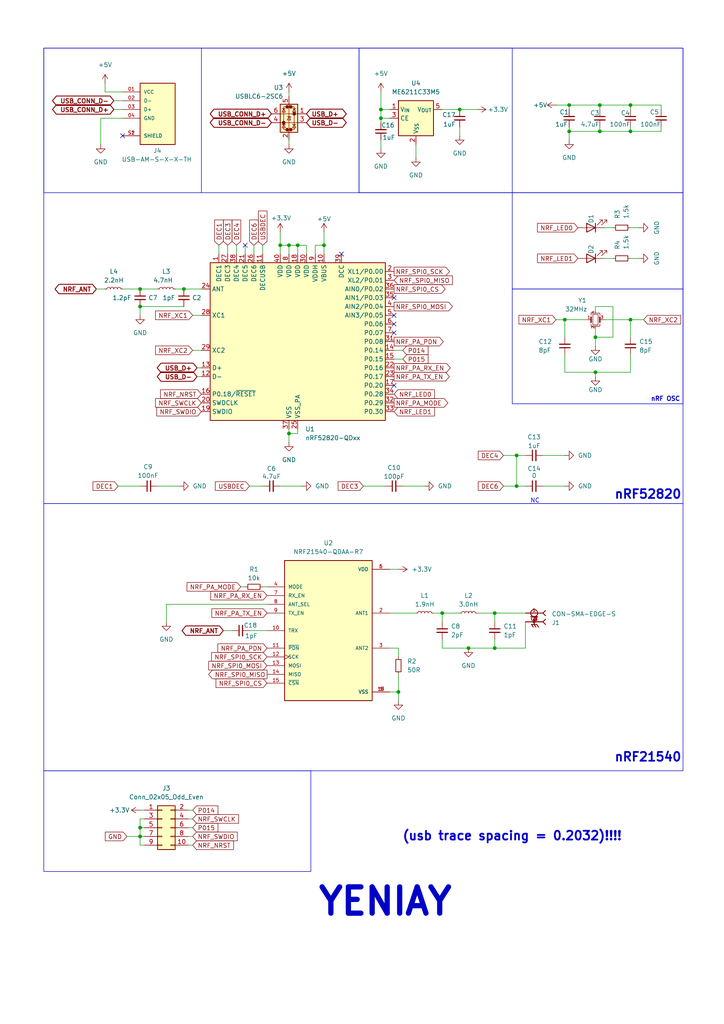
<source format=kicad_sch>
(kicad_sch (version 20231120) (generator "eeschema") (generator_version "8.0")
  (paper "A4" portrait)
  (lib_symbols
    (symbol "CON-SMA-EDGE-S:CON-SMA-EDGE-S" (pin_names (offset 1.016))
      (property "Reference" "J" (at -3.81 4.064 0))
      (property "Value" "CON-SMA-EDGE-S" (at -4.064 -4.318 0))
      (symbol "CON-SMA-EDGE-S_0_0"
        (pin passive line (at 2.54 2.54 180) (length 5.08) (name "~") (number "1"))
        (pin passive line (at 2.54 0 180) (length 5.08) (name "~") (number "G1"))
        (pin passive line (at 2.54 0 180) (length 5.08) (name "~") (number "G2"))
        (pin passive line (at 2.54 0 180) (length 5.08) (name "~") (number "G3"))
        (pin passive line (at 2.54 0 180) (length 5.08) (name "~") (number "G4"))
      )
    )
    (symbol "Connector_Generic:Conn_02x05_Odd_Even" (pin_names (offset 1.016) hide)
      (property "Reference" "J" (at 1.27 7.62 0))
      (property "Value" "Conn_02x05_Odd_Even" (at 1.27 -7.62 0))
      (symbol "Conn_02x05_Odd_Even_1_1"
        (pin passive line (at -5.08 5.08 0) (length 3.81) (name "Pin_1") (number "1"))
        (pin passive line (at 7.62 -5.08 180) (length 3.81) (name "Pin_10") (number "10"))
        (pin passive line (at 7.62 5.08 180) (length 3.81) (name "Pin_2") (number "2"))
        (pin passive line (at -5.08 2.54 0) (length 3.81) (name "Pin_3") (number "3"))
        (pin passive line (at 7.62 2.54 180) (length 3.81) (name "Pin_4") (number "4"))
        (pin passive line (at -5.08 0 0) (length 3.81) (name "Pin_5") (number "5"))
        (pin passive line (at 7.62 0 180) (length 3.81) (name "Pin_6") (number "6"))
        (pin passive line (at -5.08 -2.54 0) (length 3.81) (name "Pin_7") (number "7"))
        (pin passive line (at 7.62 -2.54 180) (length 3.81) (name "Pin_8") (number "8"))
        (pin passive line (at -5.08 -5.08 0) (length 3.81) (name "Pin_9") (number "9"))
      )
    )
    (symbol "Device:C_Small" (pin_numbers hide) (pin_names (offset 0.254) hide)
      (property "Reference" "C" (at 0.254 1.778 0))
      (property "Value" "C_Small" (at 0.254 -2.032 0))
      (symbol "C_Small_1_1"
        (pin passive line (at 0 2.54 270) (length 2.032) (name "~") (number "1"))
        (pin passive line (at 0 -2.54 90) (length 2.032) (name "~") (number "2"))
      )
    )
    (symbol "Device:Crystal_GND24_Small" (pin_names (offset 1.016) hide)
      (property "Reference" "Y" (at 1.27 4.445 0))
      (property "Value" "Crystal_GND24_Small" (at 1.27 2.54 0))
      (symbol "Crystal_GND24_Small_1_1"
        (pin passive line (at -2.54 0 0) (length 1.27) (name "1") (number "1"))
        (pin passive line (at 0 -2.54 90) (length 0.635) (name "2") (number "2"))
        (pin passive line (at 2.54 0 180) (length 1.27) (name "3") (number "3"))
        (pin passive line (at 0 2.54 270) (length 0.635) (name "4") (number "4"))
      )
    )
    (symbol "Device:LED" (pin_numbers hide) (pin_names (offset 1.016) hide)
      (property "Reference" "D" (at 0 2.54 0))
      (property "Value" "LED" (at 0 -2.54 0))
      (symbol "LED_1_1"
        (pin passive line (at -3.81 0 0) (length 2.54) (name "K") (number "1"))
        (pin passive line (at 3.81 0 180) (length 2.54) (name "A") (number "2"))
      )
    )
    (symbol "Device:L_Small" (pin_numbers hide) (pin_names (offset 0.254) hide)
      (property "Reference" "L" (at 0.762 1.016 0))
      (property "Value" "L_Small" (at 0.762 -1.016 0))
      (symbol "L_Small_1_1"
        (pin passive line (at 0 2.54 270) (length 0.508) (name "~") (number "1"))
        (pin passive line (at 0 -2.54 90) (length 0.508) (name "~") (number "2"))
      )
    )
    (symbol "Device:R_Small" (pin_numbers hide) (pin_names (offset 0.254) hide)
      (property "Reference" "R" (at 0.762 0.508 0))
      (property "Value" "R_Small" (at 0.762 -1.016 0))
      (symbol "R_Small_1_1"
        (pin passive line (at 0 2.54 270) (length 0.762) (name "~") (number "1"))
        (pin passive line (at 0 -2.54 90) (length 0.762) (name "~") (number "2"))
      )
    )
    (symbol "MCU_Nordic:nRF52820-QDxx"
      (property "Reference" "U" (at -2.54 0 0))
      (property "Value" "nRF52820-QDxx" (at -2.54 -2.54 0))
      (symbol "nRF52820-QDxx_1_1"
        (pin passive line (at -22.86 25.4 270) (length 2.54) (name "DEC1") (number "1"))
        (pin power_in line (at 7.62 25.4 270) (length 2.54) (name "VBUS") (number "10"))
        (pin passive line (at -10.16 25.4 270) (length 2.54) (name "DECUSB") (number "11"))
        (pin bidirectional line (at -27.94 -10.16 0) (length 2.54) (name "D-") (number "12"))
        (pin bidirectional line (at -27.94 -7.62 0) (length 2.54) (name "D+") (number "13"))
        (pin bidirectional line (at 27.94 -2.54 180) (length 2.54) (name "P0.14") (number "14"))
        (pin bidirectional line (at 27.94 -5.08 180) (length 2.54) (name "P0.15") (number "15"))
        (pin bidirectional line (at -27.94 -15.24 0) (length 2.54) (name "P0.18/~{RESET}") (number "16"))
        (pin bidirectional line (at 27.94 -12.7 180) (length 2.54) (name "P0.20") (number "17"))
        (pin power_in line (at 0 25.4 270) (length 2.54) (name "VDD") (number "18"))
        (pin bidirectional line (at -27.94 -20.32 0) (length 2.54) (name "SWDIO") (number "19"))
        (pin bidirectional line (at 27.94 20.32 180) (length 2.54) (name "XL1/P0.00") (number "2"))
        (pin input line (at -27.94 -17.78 0) (length 2.54) (name "SWDCLK") (number "20"))
        (pin passive line (at -15.24 25.4 270) (length 2.54) (name "DEC5") (number "21"))
        (pin bidirectional line (at 27.94 -7.62 180) (length 2.54) (name "P0.16") (number "22"))
        (pin bidirectional line (at 27.94 -10.16 180) (length 2.54) (name "P0.17") (number "23"))
        (pin passive line (at -27.94 15.24 0) (length 2.54) (name "ANT") (number "24"))
        (pin power_in line (at 0 -25.4 90) (length 2.54) (name "VSS_PA") (number "25"))
        (pin passive line (at -12.7 25.4 270) (length 2.54) (name "DEC6") (number "26"))
        (pin passive line (at -20.32 25.4 270) (length 2.54) (name "DEC3") (number "27"))
        (pin input line (at -27.94 7.62 0) (length 2.54) (name "XC1") (number "28"))
        (pin input line (at -27.94 -2.54 0) (length 2.54) (name "XC2") (number "29"))
        (pin bidirectional line (at 27.94 17.78 180) (length 2.54) (name "XL2/P0.01") (number "3"))
        (pin power_in line (at 2.54 25.4 270) (length 2.54) (name "VDD") (number "30"))
        (pin bidirectional line (at 27.94 0 180) (length 2.54) (name "P0.08") (number "31"))
        (pin bidirectional line (at 27.94 -17.78 180) (length 2.54) (name "P0.29") (number "32"))
        (pin bidirectional line (at 27.94 -20.32 180) (length 2.54) (name "P0.30") (number "33"))
        (pin bidirectional line (at 27.94 -15.24 180) (length 2.54) (name "P0.28") (number "34"))
        (pin bidirectional line (at 27.94 12.7 180) (length 2.54) (name "AIN1/P0.03") (number "35"))
        (pin bidirectional line (at 27.94 15.24 180) (length 2.54) (name "AIN0/P0.02") (number "36"))
        (pin power_in line (at -2.54 -25.4 90) (length 2.54) (name "VSS") (number "37"))
        (pin passive line (at -17.78 25.4 270) (length 2.54) (name "DEC4") (number "38"))
        (pin power_out line (at 12.7 25.4 270) (length 2.54) (name "DCC") (number "39"))
        (pin bidirectional line (at 27.94 10.16 180) (length 2.54) (name "AIN2/P0.04") (number "4"))
        (pin power_in line (at -5.08 25.4 270) (length 2.54) (name "VDD") (number "40"))
        (pin passive line (at -2.54 -25.4 90) (length 2.54) hide (name "VSS") (number "41"))
        (pin bidirectional line (at 27.94 7.62 180) (length 2.54) (name "AIN3/P0.05") (number "5"))
        (pin bidirectional line (at 27.94 5.08 180) (length 2.54) (name "P0.06") (number "6"))
        (pin bidirectional line (at 27.94 2.54 180) (length 2.54) (name "P0.07") (number "7"))
        (pin power_in line (at -2.54 25.4 270) (length 2.54) (name "VDD") (number "8"))
        (pin power_in line (at 5.08 25.4 270) (length 2.54) (name "VDDH") (number "9"))
      )
    )
    (symbol "NRF21540-QDAA-R7:NRF21540-QDAA-R7" (pin_names (offset 1.016))
      (property "Reference" "U" (at -12.7 21.209 0))
      (property "Value" "NRF21540-QDAA-R7" (at -12.7 -22.86 0))
      (symbol "NRF21540-QDAA-R7_0_0"
        (pin power_in line (at 17.78 -17.78 180) (length 5.08) (name "VSS") (number "1"))
        (pin bidirectional line (at -17.78 0 0) (length 5.08) (name "TRX") (number "10"))
        (pin input line (at -17.78 -5.08 0) (length 5.08) (name "~{PDN}") (number "11"))
        (pin input clock (at -17.78 -7.62 0) (length 5.08) (name "SCK") (number "12"))
        (pin input line (at -17.78 -10.16 0) (length 5.08) (name "MOSI") (number "13"))
        (pin output line (at -17.78 -12.7 0) (length 5.08) (name "MISO") (number "14"))
        (pin input line (at -17.78 -15.24 0) (length 5.08) (name "~{CSN}") (number "15"))
        (pin power_in line (at 17.78 -17.78 180) (length 5.08) (name "VSS") (number "16"))
        (pin power_in line (at 17.78 -17.78 180) (length 5.08) (name "VSS") (number "17"))
        (pin bidirectional line (at 17.78 5.08 180) (length 5.08) (name "ANT1") (number "2"))
        (pin bidirectional line (at 17.78 -5.08 180) (length 5.08) (name "ANT2") (number "3"))
        (pin input line (at -17.78 12.7 0) (length 5.08) (name "MODE") (number "4"))
        (pin power_in line (at 17.78 17.78 180) (length 5.08) (name "VDD") (number "5"))
        (pin power_in line (at 17.78 17.78 180) (length 5.08) (name "VDD") (number "6"))
        (pin input line (at -17.78 10.16 0) (length 5.08) (name "RX_EN") (number "7"))
        (pin input line (at -17.78 7.62 0) (length 5.08) (name "ANT_SEL") (number "8"))
        (pin input line (at -17.78 5.08 0) (length 5.08) (name "TX_EN") (number "9"))
      )
    )
    (symbol "Power_Protection:USBLC6-2SC6" (pin_names hide)
      (property "Reference" "U" (at 0.635 5.715 0))
      (property "Value" "USBLC6-2SC6" (at 0.635 3.81 0))
      (symbol "USBLC6-2SC6_1_1"
        (pin passive line (at -5.08 0 0) (length 2.54) (name "I/O1") (number "1"))
        (pin passive line (at 0 -7.62 90) (length 2.54) (name "GND") (number "2"))
        (pin passive line (at -5.08 -2.54 0) (length 2.54) (name "I/O2") (number "3"))
        (pin passive line (at 5.08 -2.54 180) (length 2.54) (name "I/O2") (number "4"))
        (pin passive line (at 0 5.08 270) (length 2.54) (name "VBUS") (number "5"))
        (pin passive line (at 5.08 0 180) (length 2.54) (name "I/O1") (number "6"))
      )
    )
    (symbol "Regulator_Linear:ME6211C33M5"
      (property "Reference" "U" (at -4.572 6.35 0))
      (property "Value" "ME6211C33M5" (at 10.16 8.636 0))
      (symbol "ME6211C33M5_1_1"
        (pin power_in line (at -7.62 2.54 0) (length 2.54) (name "V_{IN}") (number "1"))
        (pin power_in line (at 0 -7.62 90) (length 2.54) (name "V_{SS}") (number "2"))
        (pin input line (at -7.62 0 0) (length 2.54) (name "CE") (number "3"))
        (pin no_connect line (at 5.08 0 180) (length 2.54) hide (name "NC") (number "4"))
        (pin power_out line (at 7.62 2.54 180) (length 2.54) (name "V_{OUT}") (number "5"))
      )
    )
    (symbol "USB-AM-S-X-X-TH:USB-AM-S-X-X-TH" (pin_names (offset 1.016))
      (property "Reference" "J" (at -5.08 8.89 0))
      (property "Value" "USB-AM-S-X-X-TH" (at -5.08 -12.7 0))
      (symbol "USB-AM-S-X-X-TH_0_0"
        (pin power_in line (at -10.16 5.08 0) (length 5.08) (name "VCC") (number "01"))
        (pin bidirectional line (at -10.16 2.54 0) (length 5.08) (name "D-") (number "02"))
        (pin bidirectional line (at -10.16 0 0) (length 5.08) (name "D+") (number "03"))
        (pin power_in line (at -10.16 -2.54 0) (length 5.08) (name "GND") (number "04"))
        (pin passive line (at -10.16 -7.62 0) (length 5.08) (name "SHIELD") (number "S1"))
        (pin passive line (at -10.16 -7.62 0) (length 5.08) (name "SHIELD") (number "S2"))
      )
    )
    (symbol "power:+5V" (power) (pin_numbers hide) (pin_names (offset 0) hide)
      (property "Value" "+5V" (at 0 3.556 0))
      (symbol "+5V_1_1"
        (pin power_in line (at 0 0 90) (length 0) (name "~") (number "1"))
      )
    )
    (symbol "power:GND" (power) (pin_numbers hide) (pin_names (offset 0) hide)
      (property "Value" "GND" (at 0 -3.81 0))
      (symbol "GND_1_1"
        (pin power_in line (at 0 0 270) (length 0) (name "~") (number "1"))
      )
    )
  )
  (junction (at 110.49 31.75))
  (junction (at 128.27 177.8))
  (junction (at 40.64 240.03))
  (junction (at 40.64 88.9))
  (junction (at 143.51 187.96))
  (junction (at 86.36 71.12))
  (junction (at 149.86 140.97))
  (junction (at 182.88 38.1))
  (junction (at 135.89 187.96))
  (junction (at 53.34 83.82))
  (junction (at 172.72 97.79))
  (junction (at 165.1 30.48))
  (junction (at 93.98 71.12))
  (junction (at 83.82 125.73))
  (junction (at 163.83 92.71))
  (junction (at 40.64 242.57))
  (junction (at 182.88 30.48))
  (junction (at 40.64 83.82))
  (junction (at 81.28 71.12))
  (junction (at 172.72 107.95))
  (junction (at 83.82 71.12))
  (junction (at 173.99 38.1))
  (junction (at 173.99 30.48))
  (junction (at 115.57 200.66))
  (junction (at 165.1 38.1))
  (junction (at 110.49 34.29))
  (junction (at 149.86 132.08))
  (junction (at 182.88 92.71))
  (junction (at 143.51 177.8))
  (junction (at 133.35 31.75))
  (no_connect (at 114.3 111.76))
  (no_connect (at 114.3 96.52))
  (no_connect (at 114.3 91.44))
  (no_connect (at 35.56 39.37))
  (no_connect (at 114.3 86.36))
  (no_connect (at 99.06 73.66))
  (no_connect (at 71.12 71.12))
  (no_connect (at 114.3 93.98))
  (wire (pts (xy 34.29 140.97) (xy 40.64 140.97)))
  (wire (pts (xy 182.88 92.71) (xy 182.88 97.79)))
  (wire (pts (xy 53.34 83.82) (xy 58.42 83.82)))
  (polyline (pts (xy 104.14 13.97) (xy 104.14 55.88)))
  (wire (pts (xy 93.98 71.12) (xy 93.98 73.66)))
  (wire (pts (xy 165.1 30.48) (xy 173.99 30.48)))
  (wire (pts (xy 138.43 177.8) (xy 143.51 177.8)))
  (wire (pts (xy 191.77 38.1) (xy 191.77 36.83)))
  (wire (pts (xy 36.83 242.57) (xy 40.64 242.57)))
  (wire (pts (xy 182.88 92.71) (xy 186.69 92.71)))
  (wire (pts (xy 149.86 132.08) (xy 152.4 132.08)))
  (wire (pts (xy 173.99 38.1) (xy 173.99 36.83)))
  (wire (pts (xy 182.88 66.04) (xy 185.42 66.04)))
  (wire (pts (xy 113.03 200.66) (xy 115.57 200.66)))
  (wire (pts (xy 128.27 185.42) (xy 128.27 187.96)))
  (wire (pts (xy 157.48 132.08) (xy 163.83 132.08)))
  (wire (pts (xy 72.39 182.88) (xy 77.47 182.88)))
  (wire (pts (xy 88.9 71.12) (xy 88.9 73.66)))
  (wire (pts (xy 93.98 67.31) (xy 93.98 71.12)))
  (wire (pts (xy 81.28 71.12) (xy 81.28 73.66)))
  (wire (pts (xy 40.64 240.03) (xy 40.64 242.57)))
  (wire (pts (xy 91.44 71.12) (xy 93.98 71.12)))
  (wire (pts (xy 48.26 175.26) (xy 48.26 180.34)))
  (wire (pts (xy 177.8 88.9) (xy 177.8 97.79)))
  (wire (pts (xy 143.51 177.8) (xy 143.51 180.34)))
  (wire (pts (xy 165.1 38.1) (xy 165.1 40.64)))
  (wire (pts (xy 161.29 92.71) (xy 163.83 92.71)))
  (wire (pts (xy 128.27 31.75) (xy 133.35 31.75)))
  (wire (pts (xy 86.36 125.73) (xy 86.36 124.46)))
  (wire (pts (xy 161.29 30.48) (xy 165.1 30.48)))
  (wire (pts (xy 114.3 101.6) (xy 116.84 101.6)))
  (wire (pts (xy 40.64 242.57) (xy 40.64 245.11)))
  (wire (pts (xy 55.88 101.6) (xy 58.42 101.6)))
  (wire (pts (xy 83.82 71.12) (xy 86.36 71.12)))
  (wire (pts (xy 30.48 24.13) (xy 30.48 26.67)))
  (wire (pts (xy 172.72 90.17) (xy 172.72 88.9)))
  (wire (pts (xy 170.18 92.71) (xy 163.83 92.71)))
  (wire (pts (xy 182.88 30.48) (xy 182.88 31.75)))
  (wire (pts (xy 63.5 71.12) (xy 63.5 73.66)))
  (wire (pts (xy 76.2 71.12) (xy 76.2 73.66)))
  (wire (pts (xy 149.86 140.97) (xy 152.4 140.97)))
  (wire (pts (xy 120.65 41.91) (xy 120.65 45.72)))
  (wire (pts (xy 110.49 31.75) (xy 110.49 34.29)))
  (wire (pts (xy 149.86 132.08) (xy 149.86 140.97)))
  (wire (pts (xy 68.58 71.12) (xy 68.58 73.66)))
  (wire (pts (xy 172.72 95.25) (xy 172.72 97.79)))
  (wire (pts (xy 55.88 91.44) (xy 58.42 91.44)))
  (wire (pts (xy 54.61 240.03) (xy 55.88 240.03)))
  (wire (pts (xy 35.56 34.29) (xy 29.21 34.29)))
  (wire (pts (xy 110.49 34.29) (xy 110.49 35.56)))
  (wire (pts (xy 30.48 26.67) (xy 35.56 26.67)))
  (wire (pts (xy 69.85 170.18) (xy 71.12 170.18)))
  (wire (pts (xy 115.57 195.58) (xy 115.57 200.66)))
  (wire (pts (xy 175.26 74.93) (xy 177.8 74.93)))
  (wire (pts (xy 115.57 190.5) (xy 115.57 187.96)))
  (wire (pts (xy 40.64 88.9) (xy 53.34 88.9)))
  (wire (pts (xy 29.21 34.29) (xy 29.21 41.91)))
  (wire (pts (xy 27.94 83.82) (xy 30.48 83.82)))
  (wire (pts (xy 86.36 71.12) (xy 88.9 71.12)))
  (wire (pts (xy 146.05 132.08) (xy 149.86 132.08)))
  (wire (pts (xy 71.12 71.12) (xy 71.12 73.66)))
  (wire (pts (xy 83.82 40.64) (xy 83.82 41.91)))
  (wire (pts (xy 41.91 237.49) (xy 40.64 237.49)))
  (wire (pts (xy 54.61 245.11) (xy 55.88 245.11)))
  (wire (pts (xy 182.88 38.1) (xy 182.88 36.83)))
  (wire (pts (xy 182.88 102.87) (xy 182.88 107.95)))
  (wire (pts (xy 143.51 177.8) (xy 152.4 177.8)))
  (wire (pts (xy 163.83 107.95) (xy 172.72 107.95)))
  (wire (pts (xy 66.04 71.12) (xy 66.04 73.66)))
  (wire (pts (xy 116.84 140.97) (xy 123.19 140.97)))
  (wire (pts (xy 182.88 38.1) (xy 191.77 38.1)))
  (wire (pts (xy 165.1 36.83) (xy 165.1 38.1)))
  (wire (pts (xy 172.72 97.79) (xy 172.72 100.33)))
  (wire (pts (xy 41.91 240.03) (xy 40.64 240.03)))
  (wire (pts (xy 115.57 187.96) (xy 113.03 187.96)))
  (wire (pts (xy 41.91 245.11) (xy 40.64 245.11)))
  (wire (pts (xy 40.64 234.95) (xy 41.91 234.95)))
  (wire (pts (xy 113.03 34.29) (xy 110.49 34.29)))
  (wire (pts (xy 125.73 177.8) (xy 128.27 177.8)))
  (wire (pts (xy 83.82 125.73) (xy 86.36 125.73)))
  (wire (pts (xy 173.99 30.48) (xy 182.88 30.48)))
  (wire (pts (xy 54.61 234.95) (xy 55.88 234.95)))
  (wire (pts (xy 172.72 88.9) (xy 177.8 88.9)))
  (wire (pts (xy 35.56 83.82) (xy 40.64 83.82)))
  (wire (pts (xy 105.41 140.97) (xy 111.76 140.97)))
  (wire (pts (xy 128.27 177.8) (xy 133.35 177.8)))
  (wire (pts (xy 128.27 187.96) (xy 135.89 187.96)))
  (wire (pts (xy 64.77 182.88) (xy 67.31 182.88)))
  (wire (pts (xy 57.15 106.68) (xy 58.42 106.68)))
  (wire (pts (xy 41.91 242.57) (xy 40.64 242.57)))
  (wire (pts (xy 33.02 29.21) (xy 35.56 29.21)))
  (wire (pts (xy 33.02 31.75) (xy 35.56 31.75)))
  (wire (pts (xy 91.44 73.66) (xy 91.44 71.12)))
  (wire (pts (xy 191.77 30.48) (xy 191.77 31.75)))
  (wire (pts (xy 165.1 30.48) (xy 165.1 31.75)))
  (wire (pts (xy 76.2 170.18) (xy 77.47 170.18)))
  (wire (pts (xy 128.27 177.8) (xy 128.27 180.34)))
  (wire (pts (xy 175.26 92.71) (xy 182.88 92.71)))
  (wire (pts (xy 182.88 74.93) (xy 185.42 74.93)))
  (wire (pts (xy 113.03 165.1) (xy 115.57 165.1)))
  (wire (pts (xy 77.47 175.26) (xy 48.26 175.26)))
  (wire (pts (xy 114.3 104.14) (xy 116.84 104.14)))
  (wire (pts (xy 73.66 71.12) (xy 73.66 73.66)))
  (wire (pts (xy 86.36 73.66) (xy 86.36 71.12)))
  (wire (pts (xy 177.8 97.79) (xy 172.72 97.79)))
  (wire (pts (xy 72.39 140.97) (xy 76.2 140.97)))
  (wire (pts (xy 83.82 125.73) (xy 83.82 124.46)))
  (wire (pts (xy 83.82 71.12) (xy 81.28 71.12)))
  (wire (pts (xy 115.57 200.66) (xy 115.57 203.2)))
  (polyline (pts (xy 58.42 13.97) (xy 58.42 55.88)))
  (wire (pts (xy 81.28 67.31) (xy 81.28 71.12)))
  (wire (pts (xy 146.05 140.97) (xy 149.86 140.97)))
  (wire (pts (xy 54.61 242.57) (xy 55.88 242.57)))
  (wire (pts (xy 54.61 237.49) (xy 55.88 237.49)))
  (wire (pts (xy 163.83 92.71) (xy 163.83 97.79)))
  (wire (pts (xy 81.28 140.97) (xy 87.63 140.97)))
  (wire (pts (xy 113.03 31.75) (xy 110.49 31.75)))
  (wire (pts (xy 157.48 140.97) (xy 163.83 140.97)))
  (wire (pts (xy 182.88 30.48) (xy 191.77 30.48)))
  (wire (pts (xy 172.72 107.95) (xy 182.88 107.95)))
  (wire (pts (xy 83.82 26.67) (xy 83.82 27.94)))
  (wire (pts (xy 165.1 38.1) (xy 173.99 38.1)))
  (wire (pts (xy 172.72 109.22) (xy 172.72 107.95)))
  (wire (pts (xy 83.82 128.27) (xy 83.82 125.73)))
  (wire (pts (xy 57.15 109.22) (xy 58.42 109.22)))
  (wire (pts (xy 163.83 102.87) (xy 163.83 107.95)))
  (wire (pts (xy 175.26 66.04) (xy 177.8 66.04)))
  (wire (pts (xy 173.99 30.48) (xy 173.99 31.75)))
  (wire (pts (xy 40.64 83.82) (xy 45.72 83.82)))
  (wire (pts (xy 40.64 88.9) (xy 40.64 91.44)))
  (wire (pts (xy 133.35 31.75) (xy 138.43 31.75)))
  (wire (pts (xy 113.03 177.8) (xy 120.65 177.8)))
  (wire (pts (xy 143.51 187.96) (xy 152.4 187.96)))
  (wire (pts (xy 110.49 40.64) (xy 110.49 43.18)))
  (wire (pts (xy 143.51 187.96) (xy 135.89 187.96)))
  (wire (pts (xy 152.4 180.34) (xy 152.4 187.96)))
  (wire (pts (xy 110.49 26.67) (xy 110.49 31.75)))
  (wire (pts (xy 83.82 71.12) (xy 83.82 73.66)))
  (wire (pts (xy 173.99 38.1) (xy 182.88 38.1)))
  (wire (pts (xy 40.64 237.49) (xy 40.64 240.03)))
  (wire (pts (xy 133.35 36.83) (xy 133.35 39.37)))
  (wire (pts (xy 50.8 83.82) (xy 53.34 83.82)))
  (wire (pts (xy 45.72 140.97) (xy 52.07 140.97)))
  (wire (pts (xy 143.51 185.42) (xy 143.51 187.96)))
  (rectangle (start 12.7 13.97) (end 198.12 146.05))
  (rectangle (start 12.7 223.52) (end 90.17 252.73))
  (rectangle (start 12.7 146.05) (end 198.12 223.52))
  (rectangle (start 12.7 13.97) (end 198.12 55.88))
  (rectangle (start 104.14 13.97) (end 148.59 55.88))
  (rectangle (start 148.59 83.82) (end 198.12 117.094))
  (rectangle (start 148.59 55.88) (end 198.12 83.82))
  (text "nRF OSC" (at 193.04 115.824 0) (effects (font (size 1.27 1.27) (thickness 0.254) (bold yes))))
  (text "NC" (at 155.194 145.288 0) (effects (font (size 1.27 1.27))))
  (text "nRF21540" (at 187.96 219.71 0) (effects (font (size 2.54 2.54) (thickness 0.508) (bold yes))))
  (text "YENIAY" (at 111.76 261.62 0) (effects (font (size 7.62 7.62) (thickness 1.524) (bold yes))))
  (text "nRF52820" (at 187.96 143.51 0) (effects (font (size 2.54 2.54) (thickness 0.508) (bold yes))))
  (text "(usb trace spacing = 0.2032)!!!!" (at 148.59 242.57 0) (effects (font (size 2.54 2.54) (thickness 0.508) (bold yes))))
  (global_label "NRF_XC1" (shape input) (at 55.88 91.44 180) (property "Intersheetrefs" "${INTERSHEET_REFS}" (effects (hide yes))))
  (global_label "USB_CONN_D-" (shape bidirectional) (at 33.02 29.21 180) (effects (font (thickness 0.254) (bold yes))) (property "Intersheetrefs" "${INTERSHEET_REFS}" (effects (hide yes))))
  (global_label "DEC6" (shape input) (at 146.05 140.97 180) (property "Intersheetrefs" "${INTERSHEET_REFS}" (effects (hide yes))))
  (global_label "USBDEC" (shape input) (at 76.2 71.12 90) (property "Intersheetrefs" "${INTERSHEET_REFS}" (effects (hide yes))))
  (global_label "NRF_SPI0_MOSI" (shape input) (at 77.47 193.04 180) (property "Intersheetrefs" "${INTERSHEET_REFS}" (effects (hide yes))))
  (global_label "USB_CONN_D+" (shape bidirectional) (at 78.74 33.02 180) (effects (font (thickness 0.254) (bold yes))) (property "Intersheetrefs" "${INTERSHEET_REFS}" (effects (hide yes))))
  (global_label "NRF_LED1" (shape input) (at 167.64 74.93 180) (property "Intersheetrefs" "${INTERSHEET_REFS}" (effects (hide yes))))
  (global_label "DEC4" (shape input) (at 68.58 71.12 90) (property "Intersheetrefs" "${INTERSHEET_REFS}" (effects (hide yes))))
  (global_label "NRF_SWDIO" (shape input) (at 55.88 242.57 0) (property "Intersheetrefs" "${INTERSHEET_REFS}" (effects (hide yes))))
  (global_label "NRF_XC1" (shape input) (at 161.29 92.71 180) (property "Intersheetrefs" "${INTERSHEET_REFS}" (effects (hide yes))))
  (global_label "DEC4" (shape input) (at 146.05 132.08 180) (property "Intersheetrefs" "${INTERSHEET_REFS}" (effects (hide yes))))
  (global_label "NRF_PA_TX_EN" (shape input) (at 77.47 177.8 180) (property "Intersheetrefs" "${INTERSHEET_REFS}" (effects (hide yes))))
  (global_label "USB_CONN_D-" (shape bidirectional) (at 78.74 35.56 180) (effects (font (thickness 0.254) (bold yes))) (property "Intersheetrefs" "${INTERSHEET_REFS}" (effects (hide yes))))
  (global_label "USB_D-" (shape bidirectional) (at 88.9 35.56 0) (effects (font (thickness 0.254) (bold yes))) (property "Intersheetrefs" "${INTERSHEET_REFS}" (effects (hide yes))))
  (global_label "NRF_PA_RX_EN" (shape input) (at 77.47 172.72 180) (property "Intersheetrefs" "${INTERSHEET_REFS}" (effects (hide yes))))
  (global_label "NRF_XC2" (shape input) (at 186.69 92.71 0) (property "Intersheetrefs" "${INTERSHEET_REFS}" (effects (hide yes))))
  (global_label "P014" (shape input) (at 116.84 101.6 0) (property "Intersheetrefs" "${INTERSHEET_REFS}" (effects (hide yes))))
  (global_label "NRF_SPI0_MISO" (shape input) (at 114.3 81.28 0) (property "Intersheetrefs" "${INTERSHEET_REFS}" (effects (hide yes))))
  (global_label "NRF_SWCLK" (shape input) (at 58.42 116.84 180) (property "Intersheetrefs" "${INTERSHEET_REFS}" (effects (hide yes))))
  (global_label "USB_D+" (shape bidirectional) (at 88.9 33.02 0) (effects (font (thickness 0.254) (bold yes))) (property "Intersheetrefs" "${INTERSHEET_REFS}" (effects (hide yes))))
  (global_label "NRF_SPI0_MISO" (shape output) (at 77.47 195.58 180) (property "Intersheetrefs" "${INTERSHEET_REFS}" (effects (hide yes))))
  (global_label "DEC1" (shape input) (at 63.5 71.12 90) (property "Intersheetrefs" "${INTERSHEET_REFS}" (effects (hide yes))))
  (global_label "NRF_LED0" (shape input) (at 114.3 114.3 0) (property "Intersheetrefs" "${INTERSHEET_REFS}" (effects (hide yes))))
  (global_label "USBDEC" (shape input) (at 72.39 140.97 180) (property "Intersheetrefs" "${INTERSHEET_REFS}" (effects (hide yes))))
  (global_label "P015" (shape input) (at 116.84 104.14 0) (property "Intersheetrefs" "${INTERSHEET_REFS}" (effects (hide yes))))
  (global_label "NRF_NRST" (shape input) (at 58.42 114.3 180) (property "Intersheetrefs" "${INTERSHEET_REFS}" (effects (hide yes))))
  (global_label "NRF_ANT" (shape bidirectional) (at 27.94 83.82 180) (effects (font (thickness 0.254) (bold yes))) (property "Intersheetrefs" "${INTERSHEET_REFS}" (effects (hide yes))))
  (global_label "NRF_SPI0_SCK" (shape input) (at 77.47 190.5 180) (property "Intersheetrefs" "${INTERSHEET_REFS}" (effects (hide yes))))
  (global_label "NRF_SWCLK" (shape input) (at 55.88 237.49 0) (property "Intersheetrefs" "${INTERSHEET_REFS}" (effects (hide yes))))
  (global_label "NRF_LED1" (shape input) (at 114.3 119.38 0) (property "Intersheetrefs" "${INTERSHEET_REFS}" (effects (hide yes))))
  (global_label "NRF_LED0" (shape input) (at 167.64 66.04 180) (property "Intersheetrefs" "${INTERSHEET_REFS}" (effects (hide yes))))
  (global_label "NRF_SWDIO" (shape input) (at 58.42 119.38 180) (property "Intersheetrefs" "${INTERSHEET_REFS}" (effects (hide yes))))
  (global_label "NRF_SPI0_MOSI" (shape output) (at 114.3 88.9 0) (property "Intersheetrefs" "${INTERSHEET_REFS}" (effects (hide yes))))
  (global_label "USB_D-" (shape bidirectional) (at 57.15 109.22 180) (effects (font (thickness 0.254) (bold yes))) (property "Intersheetrefs" "${INTERSHEET_REFS}" (effects (hide yes))))
  (global_label "NRF_XC2" (shape input) (at 55.88 101.6 180) (property "Intersheetrefs" "${INTERSHEET_REFS}" (effects (hide yes))))
  (global_label "DEC6" (shape input) (at 73.66 71.12 90) (property "Intersheetrefs" "${INTERSHEET_REFS}" (effects (hide yes))))
  (global_label "NRF_SPI0_SCK" (shape output) (at 114.3 78.74 0) (property "Intersheetrefs" "${INTERSHEET_REFS}" (effects (hide yes))))
  (global_label "NRF_PA_RX_EN" (shape output) (at 114.3 106.68 0) (property "Intersheetrefs" "${INTERSHEET_REFS}" (effects (hide yes))))
  (global_label "NRF_SPI0_CS" (shape output) (at 114.3 83.82 0) (property "Intersheetrefs" "${INTERSHEET_REFS}" (effects (hide yes))))
  (global_label "GND" (shape input) (at 36.83 242.57 180) (property "Intersheetrefs" "${INTERSHEET_REFS}" (effects (hide yes))))
  (global_label "NRF_NRST" (shape input) (at 55.88 245.11 0) (property "Intersheetrefs" "${INTERSHEET_REFS}" (effects (hide yes))))
  (global_label "DEC3" (shape input) (at 105.41 140.97 180) (property "Intersheetrefs" "${INTERSHEET_REFS}" (effects (hide yes))))
  (global_label "NRF_PA_PDN" (shape output) (at 114.3 99.06 0) (property "Intersheetrefs" "${INTERSHEET_REFS}" (effects (hide yes))))
  (global_label "USB_D+" (shape bidirectional) (at 57.15 106.68 180) (effects (font (thickness 0.254) (bold yes))) (property "Intersheetrefs" "${INTERSHEET_REFS}" (effects (hide yes))))
  (global_label "NRF_PA_PDN" (shape input) (at 77.47 187.96 180) (property "Intersheetrefs" "${INTERSHEET_REFS}" (effects (hide yes))))
  (global_label "USB_CONN_D+" (shape bidirectional) (at 33.02 31.75 180) (effects (font (thickness 0.254) (bold yes))) (property "Intersheetrefs" "${INTERSHEET_REFS}" (effects (hide yes))))
  (global_label "NRF_SPI0_CS" (shape input) (at 77.47 198.12 180) (property "Intersheetrefs" "${INTERSHEET_REFS}" (effects (hide yes))))
  (global_label "NRF_PA_MODE" (shape input) (at 69.85 170.18 180) (property "Intersheetrefs" "${INTERSHEET_REFS}" (effects (hide yes))))
  (global_label "DEC1" (shape input) (at 34.29 140.97 180) (property "Intersheetrefs" "${INTERSHEET_REFS}" (effects (hide yes))))
  (global_label "P014" (shape input) (at 55.88 234.95 0) (property "Intersheetrefs" "${INTERSHEET_REFS}" (effects (hide yes))))
  (global_label "NRF_PA_MODE" (shape output) (at 114.3 116.84 0) (property "Intersheetrefs" "${INTERSHEET_REFS}" (effects (hide yes))))
  (global_label "P015" (shape input) (at 55.88 240.03 0) (property "Intersheetrefs" "${INTERSHEET_REFS}" (effects (hide yes))))
  (global_label "NRF_ANT" (shape bidirectional) (at 64.77 182.88 180) (effects (font (thickness 0.254) (bold yes))) (property "Intersheetrefs" "${INTERSHEET_REFS}" (effects (hide yes))))
  (global_label "NRF_PA_TX_EN" (shape output) (at 114.3 109.22 0) (property "Intersheetrefs" "${INTERSHEET_REFS}" (effects (hide yes))))
  (global_label "DEC3" (shape input) (at 66.04 71.12 90) (property "Intersheetrefs" "${INTERSHEET_REFS}" (effects (hide yes))))
  (symbol (lib_id "power:GND") (at 83.82 128.27 0) (unit 1)
    (property "Reference" "#PWR03" (effects (hide yes)))
    (property "Value" "GND" (at 83.82 133.35 0))
    (property "Description" "Power symbol creates a global label with name \"GND\" , ground" (effects (hide yes)))
  )
  (symbol (lib_id "power:+5V") (at 40.64 234.95 90) (unit 1)
    (property "Reference" "#PWR029" (effects (hide yes)))
    (property "Value" "+3.3V" (at 37.592 234.95 90) (effects (justify left)))
    (property "Description" "Power symbol creates a global label with name \"+5V\"" (effects (hide yes)))
  )
  (symbol (lib_id "power:+5V") (at 138.43 31.75 270) (unit 1)
    (property "Reference" "#PWR025" (effects (hide yes)))
    (property "Value" "+3.3V" (at 141.478 31.75 90) (effects (justify left)))
    (property "Description" "Power symbol creates a global label with name \"+5V\"" (effects (hide yes)))
  )
  (symbol (lib_id "power:GND") (at 133.35 39.37 0) (unit 1)
    (property "Reference" "#PWR022" (effects (hide yes)))
    (property "Value" "GND" (at 133.35 44.45 0))
    (property "Description" "Power symbol creates a global label with name \"GND\" , ground" (effects (hide yes)))
  )
  (symbol (lib_id "Device:R_Small") (at 180.34 66.04 270) (unit 1)
    (property "Reference" "R3" (at 179.0699 63.5 0) (effects (justify right)))
    (property "Value" "1.5k" (at 181.6099 63.5 0) (effects (justify right)))
    (property "Footprint" "Resistor_SMD:R_0402_1005Metric" (effects (hide yes)))
    (property "Description" "Resistor, small symbol" (effects (hide yes)))
  )
  (symbol (lib_id "NRF21540-QDAA-R7:NRF21540-QDAA-R7") (at 95.25 182.88 0) (unit 1)
    (property "Reference" "U2" (at 95.25 157.48 0))
    (property "Value" "NRF21540-QDAA-R7" (at 95.25 160.02 0))
    (property "Footprint" "nRF21540:QFN65P400X400X95-17N" (effects (hide yes)))
    (property "B_NOM" "0.3" (effects (hide yes)))
    (property "PIN_COUNT_D" "4.0" (effects (hide yes)))
    (property "B_MIN" "0.25" (effects (hide yes)))
    (property "Check_prices" "https://www.snapeda.com/parts/nRF21540-QDAA-R7/Nordic+Power/view-part/?ref=eda" (effects (hide yes)))
    (property "B_MAX" "0.35" (effects (hide yes)))
    (property "Description_1" "\n                        \n                            RF Front End 2.36GHz ~ 2.5GHz 802.15.4, Bluetooth, Zigbee® 16-QFN (4x4)\n                        \n" (effects (hide yes)))
    (property "Price" "None" (effects (hide yes)))
    (property "ENOM" "0.65" (effects (hide yes)))
    (property "D_NOM" "4.0" (effects (hide yes)))
    (property "D_MAX" "4.0" (effects (hide yes)))
    (property "L_MAX" "0.45" (effects (hide yes)))
    (property "A_MAX" "0.95" (effects (hide yes)))
    (property "Package" "None" (effects (hide yes)))
    (property "E2_NOM" "2.65" (effects (hide yes)))
    (property "D2_NOM" "2.65" (effects (hide yes)))
    (property "PARTREV" "1.0" (effects (hide yes)))
    (property "SnapEDA_Link" "https://www.snapeda.com/parts/nRF21540-QDAA-R7/Nordic+Power/view-part/?ref=snap" (effects (hide yes)))
    (property "E_NOM" "4.0" (effects (hide yes)))
    (property "STANDARD" "IPC 7351B" (effects (hide yes)))
    (property "L_NOM" "0.4" (effects (hide yes)))
    (property "MANUFACTURER" "Nordic Semiconductor" (effects (hide yes)))
    (property "MF" "Nordic Semiconductor" (effects (hide yes)))
    (property "PIN_COUNT_E" "4.0" (effects (hide yes)))
    (property "E_MIN" "4.0" (effects (hide yes)))
    (property "D_MIN" "4.0" (effects (hide yes)))
    (property "MP" "nRF21540-QDAA-R7" (effects (hide yes)))
    (property "L_MIN" "0.35" (effects (hide yes)))
    (property "Availability" "In Stock" (effects (hide yes)))
    (property "E_MAX" "4.0" (effects (hide yes)))
  )
  (symbol (lib_id "Device:C_Small") (at 182.88 34.29 0) (unit 1)
    (property "Reference" "C4" (at 180.086 32.766 0) (effects (justify left)))
    (property "Value" "100nF" (at 176.784 36.068 0) (effects (justify left)))
    (property "Footprint" "Capacitor_SMD:C_0402_1005Metric" (effects (hide yes)))
    (property "Description" "Unpolarized capacitor, small symbol" (effects (hide yes)))
  )
  (symbol (lib_id "power:GND") (at 115.57 203.2 0) (unit 1)
    (property "Reference" "#PWR06" (effects (hide yes)))
    (property "Value" "GND" (at 115.57 208.28 0))
    (property "Description" "Power symbol creates a global label with name \"GND\" , ground" (effects (hide yes)))
  )
  (symbol (lib_id "power:GND") (at 135.89 187.96 0) (unit 1)
    (property "Reference" "#PWR07" (effects (hide yes)))
    (property "Value" "GND" (at 135.89 193.04 0))
    (property "Description" "Power symbol creates a global label with name \"GND\" , ground" (effects (hide yes)))
  )
  (symbol (lib_id "Device:Crystal_GND24_Small") (at 172.72 92.71 0) (unit 1)
    (property "Reference" "Y1" (at 168.91 87.122 0))
    (property "Value" "32MHz" (at 167.132 89.662 0))
    (property "Footprint" "Crystal:Crystal_SMD_3225-4Pin_3.2x2.5mm" (effects (hide yes)))
    (property "Description" "Four pin crystal, GND on pins 2 and 4, small symbol" (effects (hide yes)))
  )
  (symbol (lib_id "Device:C_Small") (at 69.85 182.88 90) (unit 1)
    (property "Reference" "C18" (at 72.644 181.356 90))
    (property "Value" "1pF" (at 72.898 184.404 90))
    (property "Footprint" "Capacitor_SMD:C_0201_0603Metric" (effects (hide yes)))
    (property "Description" "Unpolarized capacitor, small symbol" (effects (hide yes)))
  )
  (symbol (lib_id "Connector_Generic:Conn_02x05_Odd_Even") (at 46.99 240.03 0) (unit 1)
    (property "Reference" "J3" (at 48.26 228.6 0))
    (property "Value" "Conn_02x05_Odd_Even" (at 48.26 231.14 0))
    (property "Footprint" "Connector_IDC:IDC-Header_2x05_P2.54mm_Vertical" (effects (hide yes)))
    (property "Description" "Generic connector, double row, 02x05, odd/even pin numbering scheme (row 1 odd numbers, row 2 even numbers), script generated (kicad-library-utils/schlib/autogen/connector/)" (effects (hide yes)))
  )
  (symbol (lib_id "power:GND") (at 163.83 132.08 90) (unit 1)
    (property "Reference" "#PWR012" (effects (hide yes)))
    (property "Value" "GND" (at 167.64 132.0799 90) (effects (justify right)))
    (property "Description" "Power symbol creates a global label with name \"GND\" , ground" (effects (hide yes)))
  )
  (symbol (lib_id "Device:C_Small") (at 154.94 140.97 90) (unit 1)
    (property "Reference" "C14" (at 154.94 135.89 90))
    (property "Value" "0" (at 154.94 137.922 90))
    (property "Footprint" "Capacitor_SMD:C_0402_1005Metric" (effects (hide yes)))
    (property "Description" "Unpolarized capacitor, small symbol" (effects (hide yes)))
  )
  (symbol (lib_id "Device:L_Small") (at 135.89 177.8 90) (unit 1)
    (property "Reference" "L2" (at 135.89 172.72 90))
    (property "Value" "3.0nH" (at 135.89 175.26 90))
    (property "Footprint" "Inductor_SMD:L_0201_0603Metric" (effects (hide yes)))
    (property "Description" "Inductor, small symbol" (effects (hide yes)))
  )
  (symbol (lib_id "Device:C_Small") (at 154.94 132.08 90) (unit 1)
    (property "Reference" "C13" (at 154.94 126.746 90))
    (property "Value" "1uF" (at 154.94 129.286 90))
    (property "Footprint" "Capacitor_SMD:C_0402_1005Metric" (effects (hide yes)))
    (property "Description" "Unpolarized capacitor, small symbol" (effects (hide yes)))
  )
  (symbol (lib_id "power:GND") (at 185.42 74.93 90) (unit 1)
    (property "Reference" "#PWR015" (effects (hide yes)))
    (property "Value" "GND" (at 190.5 74.93 0))
    (property "Description" "Power symbol creates a global label with name \"GND\" , ground" (effects (hide yes)))
  )
  (symbol (lib_id "power:+5V") (at 110.49 26.67 0) (unit 1)
    (property "Reference" "#PWR024" (effects (hide yes)))
    (property "Value" "+5V" (at 110.49 21.336 0))
    (property "Description" "Power symbol creates a global label with name \"+5V\"" (effects (hide yes)))
  )
  (symbol (lib_id "power:GND") (at 185.42 66.04 90) (unit 1)
    (property "Reference" "#PWR014" (effects (hide yes)))
    (property "Value" "GND" (at 190.5 66.04 0))
    (property "Description" "Power symbol creates a global label with name \"GND\" , ground" (effects (hide yes)))
  )
  (symbol (lib_id "power:GND") (at 110.49 43.18 0) (unit 1)
    (property "Reference" "#PWR021" (effects (hide yes)))
    (property "Value" "GND" (at 110.49 48.26 0))
    (property "Description" "Power symbol creates a global label with name \"GND\" , ground" (effects (hide yes)))
  )
  (symbol (lib_id "power:GND") (at 29.21 41.91 0) (unit 1)
    (property "Reference" "#PWR017" (effects (hide yes)))
    (property "Value" "GND" (at 29.21 46.99 0))
    (property "Description" "Power symbol creates a global label with name \"GND\" , ground" (effects (hide yes)))
  )
  (symbol (lib_id "MCU_Nordic:nRF52820-QDxx") (at 86.36 99.06 0) (unit 1)
    (property "Reference" "U1" (at 88.5541 124.46 0) (effects (justify left)))
    (property "Value" "nRF52820-QDxx" (at 88.5541 127 0) (effects (justify left)))
    (property "Footprint" "Package_DFN_QFN:QFN-40-1EP_5x5mm_P0.4mm_EP3.6x3.6mm" (effects (hide yes)))
    (property "Datasheet" "https://infocenter.nordicsemi.com/pdf/nRF52820_PS_v1.0.pdf" (effects (hide yes)))
    (property "Description" "Multiprotocol BLE/ANT/2.4 GHz/802.15.4 Cortex-M4 SoC, QFN-40" (effects (hide yes)))
  )
  (symbol (lib_id "USB-AM-S-X-X-TH:USB-AM-S-X-X-TH") (at 45.72 31.75 0) (unit 1)
    (property "Reference" "J4" (at 44.45 43.688 0) (effects (justify left)))
    (property "Value" "USB-AM-S-X-X-TH" (at 35.306 46.228 0) (effects (justify left)))
    (property "Footprint" "USB-AM-S-X-X-TH:SAMTEC_USB-AM-S-X-X-TH" (effects (hide yes)))
    (property "MF" "Samtec" (effects (hide yes)))
    (property "MAXIMUM_PACKAGE_HEIGHT" "4.6 mm" (effects (hide yes)))
    (property "Package" "None" (effects (hide yes)))
    (property "Price" "None" (effects (hide yes)))
    (property "Check_prices" "https://www.snapeda.com/parts/USB-AM-S-F-B-TH/Samtec+Inc./view-part/?ref=eda" (effects (hide yes)))
    (property "STANDARD" "Manufacturer Recommendations" (effects (hide yes)))
    (property "PARTREV" "U" (effects (hide yes)))
    (property "SnapEDA_Link" "https://www.snapeda.com/parts/USB-AM-S-F-B-TH/Samtec+Inc./view-part/?ref=snap" (effects (hide yes)))
    (property "MP" "USB-AM-S-F-B-TH" (effects (hide yes)))
    (property "Description_1" "\n                        \n                            USB-A (USB TYPE-A) USB 2.0 Plug Connector 4 Position Through Hole, Right Angle\n                        \n" (effects (hide yes)))
    (property "Availability" "In Stock" (effects (hide yes)))
    (property "MANUFACTURER" "Samtec" (effects (hide yes)))
  )
  (symbol (lib_id "power:GND") (at 163.83 140.97 90) (unit 1)
    (property "Reference" "#PWR013" (effects (hide yes)))
    (property "Value" "GND" (at 167.64 140.9699 90) (effects (justify right)))
    (property "Description" "Power symbol creates a global label with name \"GND\" , ground" (effects (hide yes)))
  )
  (symbol (lib_id "power:+5V") (at 93.98 67.31 0) (unit 1)
    (property "Reference" "#PWR020" (effects (hide yes)))
    (property "Value" "+5V" (at 93.98 63.5 0))
    (property "Description" "Power symbol creates a global label with name \"+5V\"" (effects (hide yes)))
  )
  (symbol (lib_id "Device:C_Small") (at 53.34 86.36 0) (mirror y) (unit 1)
    (property "Reference" "C2" (at 58.42 86.36 0) (effects (justify left)))
    (property "Value" "1pF" (at 50.8 86.36 0) (effects (justify left)))
    (property "Footprint" "Capacitor_SMD:C_0201_0603Metric" (effects (hide yes)))
    (property "Description" "Unpolarized capacitor, small symbol" (effects (hide yes)))
  )
  (symbol (lib_id "Device:C_Small") (at 43.18 140.97 90) (unit 1)
    (property "Reference" "C9" (at 42.926 135.382 90))
    (property "Value" "100nF" (at 42.926 137.922 90))
    (property "Footprint" "Capacitor_SMD:C_0402_1005Metric" (effects (hide yes)))
    (property "Description" "Unpolarized capacitor, small symbol" (effects (hide yes)))
  )
  (symbol (lib_id "power:GND") (at 120.65 45.72 0) (unit 1)
    (property "Reference" "#PWR023" (effects (hide yes)))
    (property "Value" "GND" (at 120.65 50.8 0))
    (property "Description" "Power symbol creates a global label with name \"GND\" , ground" (effects (hide yes)))
  )
  (symbol (lib_id "Device:C_Small") (at 182.88 100.33 180) (unit 1)
    (property "Reference" "C15" (at 185.42 99.0535 0) (effects (justify right)))
    (property "Value" "8pF" (at 185.42 101.5935 0) (effects (justify right)))
    (property "Footprint" "Capacitor_SMD:C_0402_1005Metric" (effects (hide yes)))
    (property "Description" "Unpolarized capacitor, small symbol" (effects (hide yes)))
  )
  (symbol (lib_id "Device:L_Small") (at 48.26 83.82 270) (mirror x) (unit 1)
    (property "Reference" "L3" (at 46.99 78.74 90) (effects (justify left)))
    (property "Value" "4.7nH" (at 44.45 81.28 90) (effects (justify left)))
    (property "Footprint" "Inductor_SMD:L_0201_0603Metric" (effects (hide yes)))
    (property "Description" "Inductor, small symbol" (effects (hide yes)))
  )
  (symbol (lib_id "power:+5V") (at 81.28 67.31 0) (unit 1)
    (property "Reference" "#PWR027" (effects (hide yes)))
    (property "Value" "+3.3V" (at 81.534 63.246 0))
    (property "Description" "Power symbol creates a global label with name \"+5V\"" (effects (hide yes)))
  )
  (symbol (lib_id "Device:C_Small") (at 133.35 34.29 0) (unit 1)
    (property "Reference" "C17" (at 128.27 33.274 0) (effects (justify left)))
    (property "Value" "1uF" (at 128.524 36.068 0) (effects (justify left)))
    (property "Footprint" "Capacitor_SMD:C_0402_1005Metric" (effects (hide yes)))
    (property "Description" "Unpolarized capacitor, small symbol" (effects (hide yes)))
  )
  (symbol (lib_id "power:+5V") (at 115.57 165.1 270) (unit 1)
    (property "Reference" "#PWR026" (effects (hide yes)))
    (property "Value" "+3.3V" (at 119.38 165.0999 90) (effects (justify left)))
    (property "Description" "Power symbol creates a global label with name \"+5V\"" (effects (hide yes)))
  )
  (symbol (lib_id "power:GND") (at 40.64 91.44 0) (mirror y) (unit 1)
    (property "Reference" "#PWR05" (effects (hide yes)))
    (property "Value" "GND" (at 40.64 96.52 0))
    (property "Description" "Power symbol creates a global label with name \"GND\" , ground" (effects (hide yes)))
  )
  (symbol (lib_id "Device:C_Small") (at 114.3 140.97 90) (unit 1)
    (property "Reference" "C10" (at 114.3 135.636 90))
    (property "Value" "100pF" (at 114.3 138.176 90))
    (property "Footprint" "Capacitor_SMD:C_0402_1005Metric" (effects (hide yes)))
    (property "Description" "Unpolarized capacitor, small symbol" (effects (hide yes)))
  )
  (symbol (lib_id "Device:C_Small") (at 78.74 140.97 90) (unit 1)
    (property "Reference" "C6" (at 78.74 135.89 90))
    (property "Value" "4.7uF" (at 78.74 138.176 90))
    (property "Footprint" "Capacitor_SMD:C_0603_1608Metric" (effects (hide yes)))
    (property "Description" "Unpolarized capacitor, small symbol" (effects (hide yes)))
  )
  (symbol (lib_id "Device:R_Small") (at 115.57 193.04 0) (unit 1)
    (property "Reference" "R2" (at 118.11 191.7699 0) (effects (justify left)))
    (property "Value" "50R" (at 118.11 194.3099 0) (effects (justify left)))
    (property "Footprint" "Resistor_SMD:R_0402_1005Metric" (effects (hide yes)))
    (property "Description" "Resistor, small symbol" (effects (hide yes)))
  )
  (symbol (lib_id "Device:C_Small") (at 40.64 86.36 0) (mirror y) (unit 1)
    (property "Reference" "C7" (at 45.72 86.36 0) (effects (justify left)))
    (property "Value" "1.2pF" (at 38.1 86.36 0) (effects (justify left)))
    (property "Footprint" "Capacitor_SMD:C_0201_0603Metric" (effects (hide yes)))
    (property "Description" "Unpolarized capacitor, small symbol" (effects (hide yes)))
  )
  (symbol (lib_id "Device:L_Small") (at 33.02 83.82 270) (mirror x) (unit 1)
    (property "Reference" "L4" (at 33.02 78.74 90))
    (property "Value" "2.2nH" (at 33.02 81.28 90))
    (property "Footprint" "Inductor_SMD:L_0201_0603Metric" (effects (hide yes)))
    (property "Description" "Inductor, small symbol" (effects (hide yes)))
  )
  (symbol (lib_id "power:GND") (at 87.63 140.97 90) (unit 1)
    (property "Reference" "#PWR04" (effects (hide yes)))
    (property "Value" "GND" (at 91.44 140.9699 90) (effects (justify right)))
    (property "Description" "Power symbol creates a global label with name \"GND\" , ground" (effects (hide yes)))
  )
  (symbol (lib_id "power:GND") (at 48.26 180.34 0) (unit 1)
    (property "Reference" "#PWR02" (effects (hide yes)))
    (property "Value" "GND" (at 48.26 185.42 0))
    (property "Description" "Power symbol creates a global label with name \"GND\" , ground" (effects (hide yes)))
  )
  (symbol (lib_id "power:GND") (at 172.72 100.33 0) (unit 1)
    (property "Reference" "#PWR010" (effects (hide yes)))
    (property "Value" "GND" (at 172.72 104.14 0))
    (property "Description" "Power symbol creates a global label with name \"GND\" , ground" (effects (hide yes)))
  )
  (symbol (lib_id "Device:C_Small") (at 163.83 100.33 180) (unit 1)
    (property "Reference" "C12" (at 156.21 99.06 0) (effects (justify right)))
    (property "Value" "8pF" (at 156.21 101.6 0) (effects (justify right)))
    (property "Footprint" "Capacitor_SMD:C_0402_1005Metric" (effects (hide yes)))
    (property "Description" "Unpolarized capacitor, small symbol" (effects (hide yes)))
  )
  (symbol (lib_id "Device:LED") (at 171.45 74.93 180) (unit 1)
    (property "Reference" "D2" (at 171.45 73.66 90) (effects (justify right)))
    (property "Value" "LED" (effects (hide yes)))
    (property "Footprint" "LED_SMD:LED_0805_2012Metric" (effects (hide yes)))
    (property "Description" "Light emitting diode" (effects (hide yes)))
  )
  (symbol (lib_id "power:GND") (at 83.82 41.91 0) (unit 1)
    (property "Reference" "#PWR019" (effects (hide yes)))
    (property "Value" "GND" (at 83.82 46.99 0))
    (property "Description" "Power symbol creates a global label with name \"GND\" , ground" (effects (hide yes)))
  )
  (symbol (lib_id "power:GND") (at 172.72 109.22 0) (unit 1)
    (property "Reference" "#PWR011" (effects (hide yes)))
    (property "Value" "GND" (at 172.72 113.03 0))
    (property "Description" "Power symbol creates a global label with name \"GND\" , ground" (effects (hide yes)))
  )
  (symbol (lib_id "power:+5V") (at 30.48 24.13 0) (unit 1)
    (property "Reference" "#PWR016" (effects (hide yes)))
    (property "Value" "+5V" (at 30.48 18.796 0))
    (property "Description" "Power symbol creates a global label with name \"+5V\"" (effects (hide yes)))
  )
  (symbol (lib_id "Device:C_Small") (at 143.51 182.88 0) (unit 1)
    (property "Reference" "C11" (at 146.05 181.6162 0) (effects (justify left)))
    (property "Value" "1pF" (at 146.05 184.1562 0) (effects (justify left)))
    (property "Footprint" "Capacitor_SMD:C_0201_0603Metric" (effects (hide yes)))
    (property "Description" "Unpolarized capacitor, small symbol" (effects (hide yes)))
  )
  (symbol (lib_id "power:GND") (at 123.19 140.97 90) (unit 1)
    (property "Reference" "#PWR09" (effects (hide yes)))
    (property "Value" "GND" (at 127 140.9699 90) (effects (justify right)))
    (property "Description" "Power symbol creates a global label with name \"GND\" , ground" (effects (hide yes)))
  )
  (symbol (lib_id "power:+5V") (at 161.29 30.48 90) (unit 1)
    (property "Reference" "#PWR028" (effects (hide yes)))
    (property "Value" "+5V" (at 158.75 30.48 90) (effects (justify left)))
    (property "Description" "Power symbol creates a global label with name \"+5V\"" (effects (hide yes)))
  )
  (symbol (lib_id "Device:C_Small") (at 110.49 38.1 180) (unit 1)
    (property "Reference" "C16" (at 112.522 36.322 0))
    (property "Value" "1uF" (at 112.776 39.878 0))
    (property "Footprint" "Capacitor_SMD:C_0402_1005Metric" (effects (hide yes)))
    (property "Description" "Unpolarized capacitor, small symbol" (effects (hide yes)))
  )
  (symbol (lib_id "Device:R_Small") (at 73.66 170.18 90) (unit 1)
    (property "Reference" "R1" (at 73.66 165.1 90))
    (property "Value" "10k" (at 73.66 167.64 90))
    (property "Footprint" "Resistor_SMD:R_0402_1005Metric" (effects (hide yes)))
    (property "Description" "Resistor, small symbol" (effects (hide yes)))
  )
  (symbol (lib_id "Device:C_Small") (at 128.27 182.88 0) (unit 1)
    (property "Reference" "C8" (at 130.81 181.6162 0) (effects (justify left)))
    (property "Value" "2pF" (at 130.81 184.1562 0) (effects (justify left)))
    (property "Footprint" "Capacitor_SMD:C_0201_0603Metric" (effects (hide yes)))
    (property "Description" "Unpolarized capacitor, small symbol" (effects (hide yes)))
  )
  (symbol (lib_id "power:+5V") (at 83.82 26.67 0) (unit 1)
    (property "Reference" "#PWR018" (effects (hide yes)))
    (property "Value" "+5V" (at 83.82 21.336 0))
    (property "Description" "Power symbol creates a global label with name \"+5V\"" (effects (hide yes)))
  )
  (symbol (lib_id "Device:R_Small") (at 180.34 74.93 270) (unit 1)
    (property "Reference" "R4" (at 179.0699 72.39 0) (effects (justify right)))
    (property "Value" "1.5k" (at 181.6099 72.39 0) (effects (justify right)))
    (property "Footprint" "Resistor_SMD:R_0402_1005Metric" (effects (hide yes)))
    (property "Description" "Resistor, small symbol" (effects (hide yes)))
  )
  (symbol (lib_id "power:GND") (at 165.1 40.64 0) (unit 1)
    (property "Reference" "#PWR01" (effects (hide yes)))
    (property "Value" "GND" (at 165.1 45.72 0))
    (property "Description" "Power symbol creates a global label with name \"GND\" , ground" (effects (hide yes)))
  )
  (symbol (lib_id "Regulator_Linear:ME6211C33M5") (at 120.65 34.29 0) (unit 1)
    (property "Reference" "U4" (at 120.65 24.13 0))
    (property "Value" "ME6211C33M5" (at 120.65 26.67 0))
    (property "Footprint" "Package_TO_SOT_SMD:SOT-23-5" (effects (hide yes)))
    (property "Datasheet" "https://www.lcsc.com/datasheet/lcsc_datasheet_2304140030_MICRONE-Nanjing-Micro-One-Elec-ME6211C33R5G_C235316.pdf" (effects (hide yes)))
    (property "Description" "500mA low dropout linear regulator, shutdown pin, 6.5V max input voltage, 3.3V fixed positive output, SOT-23-5" (effects (hide yes)))
  )
  (symbol (lib_id "Device:C_Small") (at 191.77 34.29 0) (unit 1)
    (property "Reference" "C5" (at 188.468 32.512 0) (effects (justify left)))
    (property "Value" "100nF" (at 185.674 36.068 0) (effects (justify left)))
    (property "Footprint" "Capacitor_SMD:C_0402_1005Metric" (effects (hide yes)))
    (property "Description" "Unpolarized capacitor, small symbol" (effects (hide yes)))
  )
  (symbol (lib_id "Power_Protection:USBLC6-2SC6") (at 83.82 33.02 0) (mirror y) (unit 1)
    (property "Reference" "U3" (at 82.1689 25.4 0) (effects (justify left)))
    (property "Value" "USBLC6-2SC6" (at 82.1689 27.94 0) (effects (justify left)))
    (property "Footprint" "Package_TO_SOT_SMD:SOT-23-6" (effects (hide yes)))
    (property "Datasheet" "https://www.st.com/resource/en/datasheet/usblc6-2.pdf" (effects (hide yes)))
    (property "Description" "Very low capacitance ESD protection diode, 2 data-line, SOT-23-6" (effects (hide yes)))
  )
  (symbol (lib_id "Device:C_Small") (at 165.1 34.29 180) (unit 1)
    (property "Reference" "C1" (at 162.306 32.512 0) (effects (justify right)))
    (property "Value" "1uF" (at 161.036 36.068 0) (effects (justify right)))
    (property "Footprint" "Capacitor_SMD:C_0402_1005Metric" (effects (hide yes)))
    (property "Description" "Unpolarized capacitor, small symbol" (effects (hide yes)))
  )
  (symbol (lib_id "Device:C_Small") (at 173.99 34.29 0) (unit 1)
    (property "Reference" "C3" (at 171.196 32.766 0) (effects (justify left)))
    (property "Value" "4.7uF" (at 168.402 36.068 0) (effects (justify left)))
    (property "Footprint" "Capacitor_SMD:C_0603_1608Metric" (effects (hide yes)))
    (property "Description" "Unpolarized capacitor, small symbol" (effects (hide yes)))
  )
  (symbol (lib_id "CON-SMA-EDGE-S:CON-SMA-EDGE-S") (at 154.94 180.34 0) (mirror y) (unit 1)
    (property "Reference" "J1" (at 160.02 180.5941 0) (effects (justify right)))
    (property "Value" "CON-SMA-EDGE-S" (at 160.02 178.0541 0) (effects (justify right)))
    (property "Footprint" "SMA-EDGE:RFSOLUTIONS_CON-SMA-EDGE-S" (effects (hide yes)))
    (property "MF" "RF Solutions" (effects (hide yes)))
    (property "MAXIMUM_PACKAGE_HEIGHT" "6.35mm" (effects (hide yes)))
    (property "Package" "None" (effects (hide yes)))
    (property "Price" "None" (effects (hide yes)))
    (property "Check_prices" "https://www.snapeda.com/parts/CON-SMA-EDGE-S/RF+Solutions/view-part/?ref=eda" (effects (hide yes)))
    (property "STANDARD" "Manufacturer Recommendations" (effects (hide yes)))
    (property "PARTREV" "1" (effects (hide yes)))
    (property "SnapEDA_Link" "https://www.snapeda.com/parts/CON-SMA-EDGE-S/RF+Solutions/view-part/?ref=snap" (effects (hide yes)))
    (property "MP" "CON-SMA-EDGE-S" (effects (hide yes)))
    (property "Description_1" "\nSMA Connector Jack, Female Socket - Board Edge, End Launch Solder\n" (effects (hide yes)))
    (property "Availability" "In Stock" (effects (hide yes)))
    (property "MANUFACTURER" "RF Solutions" (effects (hide yes)))
  )
  (symbol (lib_id "Device:L_Small") (at 123.19 177.8 90) (unit 1)
    (property "Reference" "L1" (at 123.19 172.72 90))
    (property "Value" "1.9nH" (at 123.19 175.26 90))
    (property "Footprint" "Inductor_SMD:L_0201_0603Metric" (effects (hide yes)))
    (property "Description" "Inductor, small symbol" (effects (hide yes)))
  )
  (symbol (lib_id "power:GND") (at 52.07 140.97 90) (unit 1)
    (property "Reference" "#PWR08" (effects (hide yes)))
    (property "Value" "GND" (at 55.88 140.9699 90) (effects (justify right)))
    (property "Description" "Power symbol creates a global label with name \"GND\" , ground" (effects (hide yes)))
  )
  (symbol (lib_id "Device:LED") (at 171.45 66.04 180) (unit 1)
    (property "Reference" "D1" (at 171.45 64.77 90) (effects (justify right)))
    (property "Value" "LED" (effects (hide yes)))
    (property "Footprint" "LED_SMD:LED_0805_2012Metric" (effects (hide yes)))
    (property "Description" "Light emitting diode" (effects (hide yes)))
  )
)
</source>
